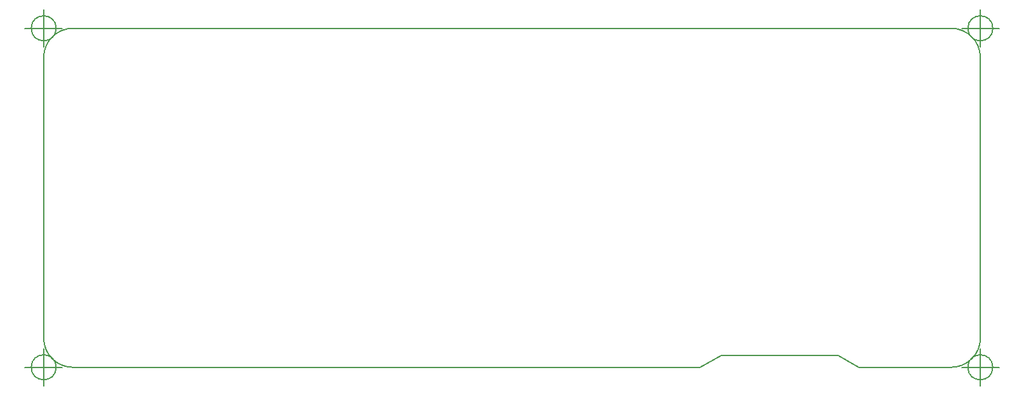
<source format=gbr>
G04 #@! TF.GenerationSoftware,KiCad,Pcbnew,(5.0.0)*
G04 #@! TF.CreationDate,2019-01-17T09:26:07-05:00*
G04 #@! TF.ProjectId,nixie_clock_3,6E697869655F636C6F636B5F332E6B69,rev?*
G04 #@! TF.SameCoordinates,PX3e8fa00PY66ce5c0*
G04 #@! TF.FileFunction,Profile,NP*
%FSLAX46Y46*%
G04 Gerber Fmt 4.6, Leading zero omitted, Abs format (unit mm)*
G04 Created by KiCad (PCBNEW (5.0.0)) date 01/17/19 09:26:07*
%MOMM*%
%LPD*%
G01*
G04 APERTURE LIST*
%ADD10C,0.150000*%
G04 APERTURE END LIST*
D10*
X126659179Y0D02*
G75*
G03X126659179Y0I-1666666J0D01*
G01*
X122492513Y0D02*
X127492513Y0D01*
X124992513Y2500000D02*
X124992513Y-2500000D01*
X126666666Y45300000D02*
G75*
G03X126666666Y45300000I-1666666J0D01*
G01*
X122500000Y45300000D02*
X127500000Y45300000D01*
X125000000Y47800000D02*
X125000000Y42800000D01*
X121100000Y45300000D02*
X121000000Y45300000D01*
X121100000Y0D02*
X121000000Y0D01*
X1666666Y45300000D02*
G75*
G03X1666666Y45300000I-1666666J0D01*
G01*
X-2500000Y45300000D02*
X2500000Y45300000D01*
X0Y47800000D02*
X0Y42800000D01*
X1666666Y0D02*
G75*
G03X1666666Y0I-1666666J0D01*
G01*
X-2500000Y0D02*
X2500000Y0D01*
X0Y2500000D02*
X0Y-2500000D01*
X0Y18700000D02*
X0Y3900000D01*
X0Y41400000D02*
X0Y37000000D01*
X121000000Y45300000D02*
X3900000Y45300000D01*
X125000000Y41400000D02*
X125000000Y25800000D01*
X121000000Y0D02*
X108800000Y0D01*
X125000000Y3900000D02*
X125000000Y25800000D01*
X3900000Y45300000D02*
G75*
G03X0Y41400000I0J-3900000D01*
G01*
X125000000Y41400000D02*
G75*
G03X121100000Y45300000I-3900000J0D01*
G01*
X121100000Y0D02*
G75*
G03X125000000Y3900000I0J3900000D01*
G01*
X0Y3900000D02*
G75*
G03X3900000Y0I3900000J0D01*
G01*
X87600000Y0D02*
X3900000Y0D01*
X90400000Y1600000D02*
X87600000Y0D01*
X106000000Y1600000D02*
X90400000Y1600000D01*
X108800000Y0D02*
X106000000Y1600000D01*
X0Y37000000D02*
X0Y18700000D01*
M02*

</source>
